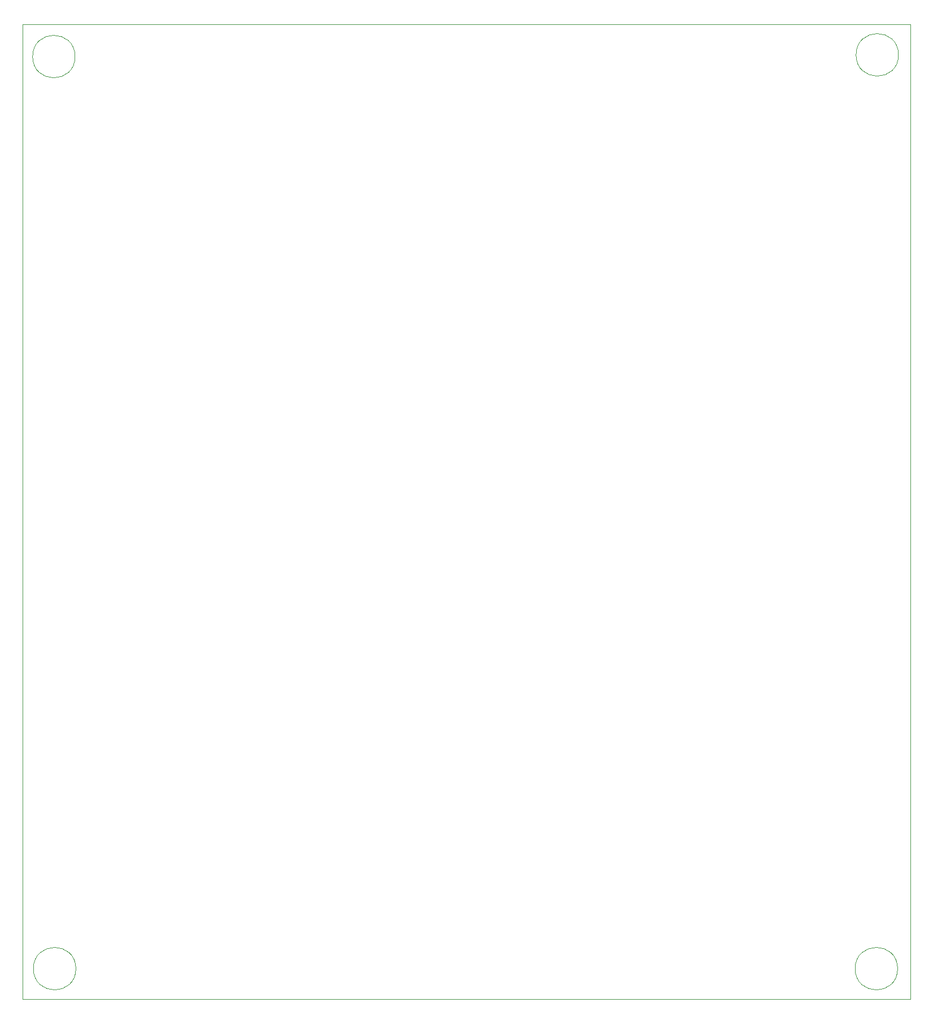
<source format=gbr>
%TF.GenerationSoftware,KiCad,Pcbnew,(6.0.6)*%
%TF.CreationDate,2023-03-10T11:55:38+01:00*%
%TF.ProjectId,Shield_Nucleo144,53686965-6c64-45f4-9e75-636c656f3134,rev?*%
%TF.SameCoordinates,Original*%
%TF.FileFunction,Profile,NP*%
%FSLAX46Y46*%
G04 Gerber Fmt 4.6, Leading zero omitted, Abs format (unit mm)*
G04 Created by KiCad (PCBNEW (6.0.6)) date 2023-03-10 11:55:38*
%MOMM*%
%LPD*%
G01*
G04 APERTURE LIST*
%TA.AperFunction,Profile*%
%ADD10C,0.100000*%
%TD*%
G04 APERTURE END LIST*
D10*
X34036001Y-161798000D02*
G75*
G03*
X34036001Y-161798000I-3182611J0D01*
G01*
X157226001Y-161798000D02*
G75*
G03*
X157226001Y-161798000I-3182611J0D01*
G01*
X26041500Y-20335000D02*
X159137500Y-20335000D01*
X159137500Y-20335000D02*
X159137500Y-166385000D01*
X159137500Y-166385000D02*
X26041500Y-166385000D01*
X26041500Y-166385000D02*
X26041500Y-20335000D01*
X157360611Y-24892000D02*
G75*
G03*
X157360611Y-24892000I-3182611J0D01*
G01*
X33916611Y-25146000D02*
G75*
G03*
X33916611Y-25146000I-3182611J0D01*
G01*
M02*

</source>
